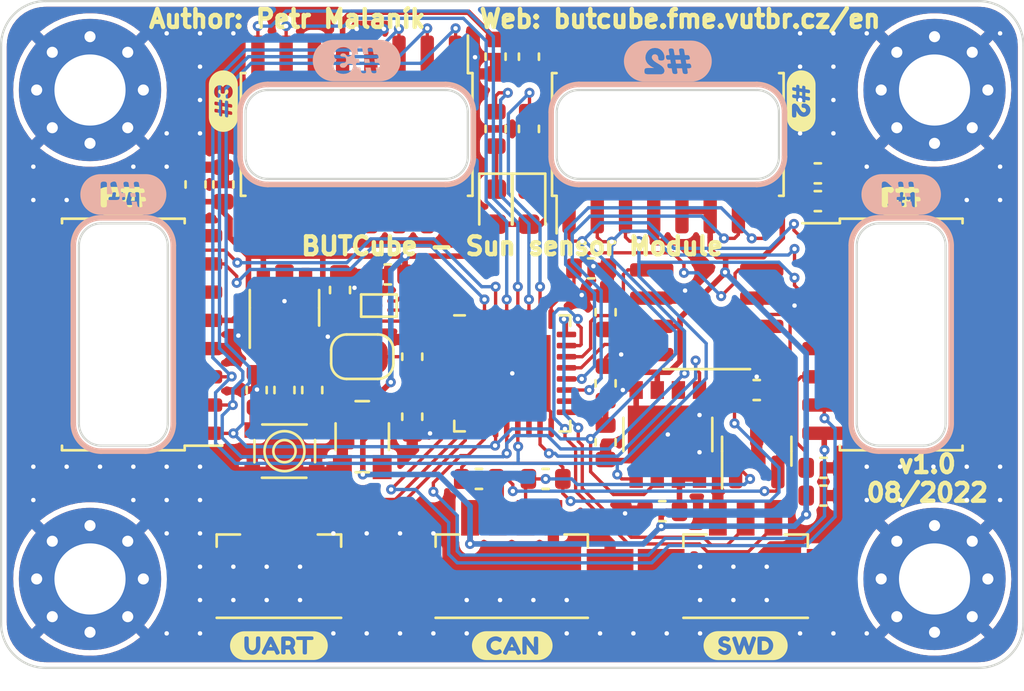
<source format=kicad_pcb>
(kicad_pcb (version 20211014) (generator pcbnew)

  (general
    (thickness 0.99)
  )

  (paper "A4")
  (title_block
    (title "BUTCube - Sun sensor")
    (date "2022-06-16")
    (rev "v1.0")
    (company "VUT - FIT(STRaDe) & FME(IAE & IPE)")
    (comment 1 "Author: Petr Malaník")
  )

  (layers
    (0 "F.Cu" mixed)
    (31 "B.Cu" mixed)
    (36 "B.SilkS" user "B.Silkscreen")
    (37 "F.SilkS" user "F.Silkscreen")
    (38 "B.Mask" user)
    (39 "F.Mask" user)
    (40 "Dwgs.User" user "User.Drawings")
    (41 "Cmts.User" user "User.Comments")
    (42 "Eco1.User" user "User.Eco1")
    (43 "Eco2.User" user "User.Eco2")
    (44 "Edge.Cuts" user)
    (45 "Margin" user)
    (46 "B.CrtYd" user "B.Courtyard")
    (47 "F.CrtYd" user "F.Courtyard")
    (48 "B.Fab" user)
    (49 "F.Fab" user)
  )

  (setup
    (stackup
      (layer "F.SilkS" (type "Top Silk Screen") (color "White"))
      (layer "F.Mask" (type "Top Solder Mask") (color "Blue") (thickness 0.01))
      (layer "F.Cu" (type "copper") (thickness 0.035))
      (layer "dielectric 1" (type "core") (thickness 0.9) (material "FR4") (epsilon_r 4.5) (loss_tangent 0.02))
      (layer "B.Cu" (type "copper") (thickness 0.035))
      (layer "B.Mask" (type "Bottom Solder Mask") (color "Blue") (thickness 0.01))
      (layer "B.SilkS" (type "Bottom Silk Screen") (color "White"))
      (copper_finish "None")
      (dielectric_constraints no)
    )
    (pad_to_mask_clearance 0)
    (pcbplotparams
      (layerselection 0x0001000_7ffffffe)
      (disableapertmacros false)
      (usegerberextensions false)
      (usegerberattributes true)
      (usegerberadvancedattributes true)
      (creategerberjobfile true)
      (svguseinch false)
      (svgprecision 6)
      (excludeedgelayer true)
      (plotframeref false)
      (viasonmask false)
      (mode 1)
      (useauxorigin false)
      (hpglpennumber 1)
      (hpglpenspeed 20)
      (hpglpendiameter 15.000000)
      (dxfpolygonmode true)
      (dxfimperialunits false)
      (dxfusepcbnewfont true)
      (psnegative false)
      (psa4output false)
      (plotreference true)
      (plotvalue true)
      (plotinvisibletext false)
      (sketchpadsonfab false)
      (subtractmaskfromsilk false)
      (outputformat 3)
      (mirror false)
      (drillshape 0)
      (scaleselection 1)
      (outputdirectory "")
    )
  )

  (net 0 "")
  (net 1 "+3V3")
  (net 2 "GND")
  (net 3 "Net-(C16-Pad1)")
  (net 4 "/VREF")
  (net 5 "Net-(D1-Pad1)")
  (net 6 "Net-(D2-Pad1)")
  (net 7 "/CAN.L")
  (net 8 "/CAN.H")
  (net 9 "/DBG_TX")
  (net 10 "/DBG_RX")
  (net 11 "/SWCLK")
  (net 12 "/SWDIO")
  (net 13 "Net-(JP1-Pad1)")
  (net 14 "/NRST")
  (net 15 "/LED1")
  (net 16 "/LED2")
  (net 17 "/CAN_RS")
  (net 18 "/SCK")
  (net 19 "/FR_RDY_#1")
  (net 20 "/MOSI")
  (net 21 "/CS_#1")
  (net 22 "unconnected-(U1-Pad9)")
  (net 23 "unconnected-(U1-Pad10)")
  (net 24 "unconnected-(U1-Pad11)")
  (net 25 "unconnected-(U1-Pad12)")
  (net 26 "unconnected-(U1-Pad13)")
  (net 27 "unconnected-(U1-Pad14)")
  (net 28 "unconnected-(U1-Pad15)")
  (net 29 "unconnected-(U1-Pad16)")
  (net 30 "/LSE")
  (net 31 "/WDG_RESET")
  (net 32 "/HSE")
  (net 33 "/MISO")
  (net 34 "unconnected-(U2-Pad14)")
  (net 35 "unconnected-(U2-Pad18)")
  (net 36 "/CAN_RX")
  (net 37 "/CAN_TX")
  (net 38 "/FR_RDY_#2")
  (net 39 "/CS_#2")
  (net 40 "unconnected-(U3-Pad9)")
  (net 41 "unconnected-(U3-Pad10)")
  (net 42 "unconnected-(U3-Pad11)")
  (net 43 "unconnected-(U3-Pad12)")
  (net 44 "unconnected-(U3-Pad13)")
  (net 45 "unconnected-(U3-Pad14)")
  (net 46 "unconnected-(U3-Pad15)")
  (net 47 "unconnected-(U3-Pad16)")
  (net 48 "unconnected-(U4-Pad3)")
  (net 49 "/FR_RDY_#3")
  (net 50 "/CS_#3")
  (net 51 "unconnected-(U5-Pad9)")
  (net 52 "unconnected-(U5-Pad10)")
  (net 53 "unconnected-(U5-Pad11)")
  (net 54 "unconnected-(U5-Pad12)")
  (net 55 "unconnected-(U5-Pad13)")
  (net 56 "unconnected-(U5-Pad14)")
  (net 57 "unconnected-(U5-Pad15)")
  (net 58 "unconnected-(U5-Pad16)")
  (net 59 "/FRAM_CS")
  (net 60 "/FR_RDY_#4")
  (net 61 "/CS_#4")
  (net 62 "unconnected-(U7-Pad9)")
  (net 63 "unconnected-(U7-Pad10)")
  (net 64 "unconnected-(U7-Pad11)")
  (net 65 "unconnected-(U7-Pad12)")
  (net 66 "unconnected-(U7-Pad13)")
  (net 67 "unconnected-(U7-Pad14)")
  (net 68 "unconnected-(U7-Pad15)")
  (net 69 "unconnected-(U7-Pad16)")
  (net 70 "unconnected-(X1-Pad1)")

  (footprint "Package_TO_SOT_SMD:SOT-23-5" (layer "F.Cu") (at 133.75 98.8 90))

  (footprint "TCY_oscillators:CSP-4_1.5x0.8mm" (layer "F.Cu") (at 138 98.7))

  (footprint "TCY_IC:DFN-8-1EP_4.5x4mm_P0.95mm_EP3.6x2.6mm" (layer "F.Cu") (at 151 104.5 -90))

  (footprint "TCY_oscillators:ECS-TXO-3225" (layer "F.Cu") (at 137.25 104.6 -90))

  (footprint "Package_TO_SOT_SMD:SOT-23" (layer "F.Cu") (at 155 105.25 90))

  (footprint "MountingHole:MountingHole_3.2mm_M3_Pad_Via" (layer "F.Cu") (at 163 111))

  (footprint "TCY_passives:C_0603_1608Metric" (layer "F.Cu") (at 155 102.5 180))

  (footprint "TCY_passives:C_0603_1608Metric" (layer "F.Cu") (at 144.75 87.5 -90))

  (footprint "TCY_passives:C_0603_1608Metric" (layer "F.Cu") (at 131 93.25 90))

  (footprint "TCY_passives:C_0603_1608Metric" (layer "F.Cu") (at 158 106))

  (footprint "TCY_passives:C_0603_1608Metric" (layer "F.Cu") (at 150.75 107.95 180))

  (footprint "TCY_passives:R_0603_1608Metric" (layer "F.Cu") (at 143.25 90.75 90))

  (footprint "TCY_passives:C_0603_1608Metric" (layer "F.Cu") (at 148.2 102.2 90))

  (footprint "MountingHole:MountingHole_3.2mm_M3_Pad_Via" (layer "F.Cu") (at 125 111))

  (footprint "Package_DFN_QFN:QFN-32-1EP_5x5mm_P0.5mm_EP3.45x3.45mm" (layer "F.Cu") (at 144 101.75))

  (footprint "Package_SO:SO-16_5.3x10.2mm_P1.27mm" (layer "F.Cu") (at 161.5 100))

  (footprint "TCY_buttons_switches:KMT031NGJLHS" (layer "F.Cu") (at 133.75 105.25))

  (footprint "Package_SO:SOIC-8_3.9x4.9mm_P1.27mm" (layer "F.Cu") (at 152.75 99))

  (footprint "kibuzzard-62EB8F41" (layer "F.Cu") (at 131 89.5 90))

  (footprint "TCY_passives:R_0603_1608Metric" (layer "F.Cu") (at 133.75 102.5 -90))

  (footprint "kibuzzard-62EB8F32" (layer "F.Cu") (at 157 89.5 -90))

  (footprint "TCY_passives:C_0603_1608Metric" (layer "F.Cu") (at 157.75 94))

  (footprint "TCY_passives:R_0603_1608Metric" (layer "F.Cu") (at 144.75 90.75 90))

  (footprint "Package_SO:SO-16_5.3x10.2mm_P1.27mm" (layer "F.Cu") (at 137 91 -90))

  (footprint "TCY_passives:C_0603_1608Metric" (layer "F.Cu") (at 148.2 104.85 -90))

  (footprint "LED_SMD:LED_0603_1608Metric" (layer "F.Cu") (at 144.75 94.25 -90))

  (footprint "TCY_passives:C_0603_1608Metric" (layer "F.Cu") (at 157.75 92.75))

  (footprint "MountingHole:MountingHole_3.2mm_M3_Pad_Via" (layer "F.Cu") (at 125 89))

  (footprint "TCY_connectors:Amphenol_10114828-11103LF_1x03_P1.25mm_Vertical" (layer "F.Cu") (at 154.5 109))

  (footprint "TCY_connectors:Amphenol_10114828-11103LF_1x03_P1.25mm_Vertical" (layer "F.Cu") (at 133.5 109))

  (footprint "Package_SO:SO-16_5.3x10.2mm_P1.27mm" (layer "F.Cu") (at 151 91 90))

  (footprint "Package_SO:SO-16_5.3x10.2mm_P1.27mm" (layer "F.Cu") (at 126.5 100 180))

  (footprint "TCY_passives:C_0603_1608Metric" (layer "F.Cu") (at 148.2 99 90))

  (footprint "TCY_passives:R_0603_1608Metric" (layer "F.Cu") (at 145.5 106.5 180))

  (footprint "Jumper:SolderJumper-2_P1.3mm_Open_RoundedPad1.0x1.5mm" (layer "F.Cu") (at 137.25 101))

  (footprint "MountingHole:MountingHole_3.2mm_M3_Pad_Via" (layer "F.Cu") (at 163 89))

  (footprint "TCY_connectors:Amphenol_10114828-11104LF_1x04_P1.25mm_Vertical" (layer "F.Cu") (at 144 111.2))

  (footprint "TCY_passives:R_0603_1608Metric" (layer "F.Cu") (at 142.5 106.5 180))

  (footprint "TCY_passives:C_0603_1608Metric" (layer "F.Cu") (at 139.5 103.7 -90))

  (footprint "TCY_passives:R_0603_1608Metric" (layer "F.Cu") (at 147.55 97.025))

  (footprint "TCY_passives:C_0603_1608Metric" (layer "F.Cu") (at 138.4 97.3 180))

  (footprint "TCY_passives:C_0603_1608Metric" (layer "F.Cu") (at 136.25 98 90))

  (footprint "TCY_passives:C_0603_1608Metric" (layer "F.Cu") (at 132.5 102.5 90))

  (footprint "kibuzzard-62EB8F1C" (layer "F.Cu") (at 133.5 114))

  (footprint "TCY_passives:C_0603_1608Metric" (layer "F.Cu") (at 139.5 101 90))

  (footprint "kibuzzard-62EB8F2A" (layer "F.Cu") (at 161.5 94))

  (footprint "TCY_passives:C_0603_1608Metric" (layer "F.Cu") (at 143.25 87.5 -90))

  (footprint "kibuzzard-62EB8F4D" (layer "F.Cu") (at 126.5 94))

  (footprint "kibuzzard-62EB8F09" (layer "F.Cu")
    (tedit 62EB8F09) (tstamp dfd4ad15-09f5-40ac-bb16-d19eb5f4ed19)
    (at 154.5 114)
    (descr "Converted using: scripting")
    (tags "svg2mod")
    (attr board_only exclude_from_pos_files exclude_from_bom)
    (fp_text reference "kibuzzard-62EB8F09" (at 0 -0.651515) (layer "F.SilkS") hide
      (effects (font (size 0.000254 0.000254) (thickness 0.000003)))
      (tstamp 278b9e85-8e23-493f-be2f-c1e95d96a4ef)
    )
    (fp_text value "G***" (at 0 0.651515) (layer "F.SilkS") hide
      (effects (font (size 0.000254 0.000254) (thickness 0.000003)))
      (tstamp fa515a3f-cad6-4deb-bb7e-9dce4d3f4eb3)
    )
    (fp_poly (pts
        (xy 0.83566 -0.209471)
        (xy 0.72898 -0.209471)
        (xy 0.72898 0.210582)
        (xy 0.836771 0.210582)
        (xy 0.912892 0.195719)
        (xy 0.981234 0.15113)
        (xy 1.029573 0.084038)
        (xy 1.045686 0.001667)
        (xy 1.02999 -0.080982)
        (xy 0.982901 -0.148908)
        (xy 0.914698 -0.19433)
        (xy 0.83566 -0.209471)
      ) (layer "F.SilkS") (width 0) (fill solid) (tstamp f7e85de2-d477-46d5-a7da-040d68ca9db8))
    (fp_poly (pts
        (xy -1.242378 -0.651007)
        (xy -1.230432 0.197108)
        (xy -1.194594 0.155019)
        (xy -1.135698 0.128349)
        (xy -1.098471 0.14224)
        (xy -1.04902 0.183912)
        (xy -1.00457 0.220028)
        (xy -0.95123 0.237252)
        (xy -0.893815 0.227868)
        (xy -0.859367 0.199716)
        (xy -0.847884 0.152797)
        (xy -0.876221 0.110014)
        (xy -0.946785 0.085011)
        (xy -0.990679 0.07487)
        (xy -1.037908 0.060008)
        (xy -1.085136 0.041255)
        (xy -1.12903 0.019447)
        (xy -1.167785 -0.010696)
        (xy -1.199594 -0.054451)
        (xy -1.220847 -0.110153)
        (xy -1.227931 -0.176133)
        (xy -1.219844 -0.238548)
        (xy -1.195582 -0.295407)
        (xy -1.155144 -0.34671)
        (xy -1.100755 -0.387147)
        (xy -1.034635 -0.411409)
        (xy -0.956786 -0.419497)
        (xy -0.893028 -0.415191)
        (xy -0.835104 -0.402273)
        (xy -0.758984 -0.367268)
        (xy -0.731203 -0.346154)
        (xy -0.696754 -0.291703)
        (xy -0.723424 -0.230584)
        (xy -0.761762 -0.188913)
        (xy -0.801211 -0.175022)
        (xy -0.858996 -0.197247)
        (xy -0.871776 -0.208359)
        (xy -0.889 -0.222806)
        (xy -0.948452 -0.237252)
        (xy -1.008459 -0.220028)
        (xy -1.032351 -0.172244)
        (xy -1.004014 -0.122793)
        (xy -0.
... [490784 chars truncated]
</source>
